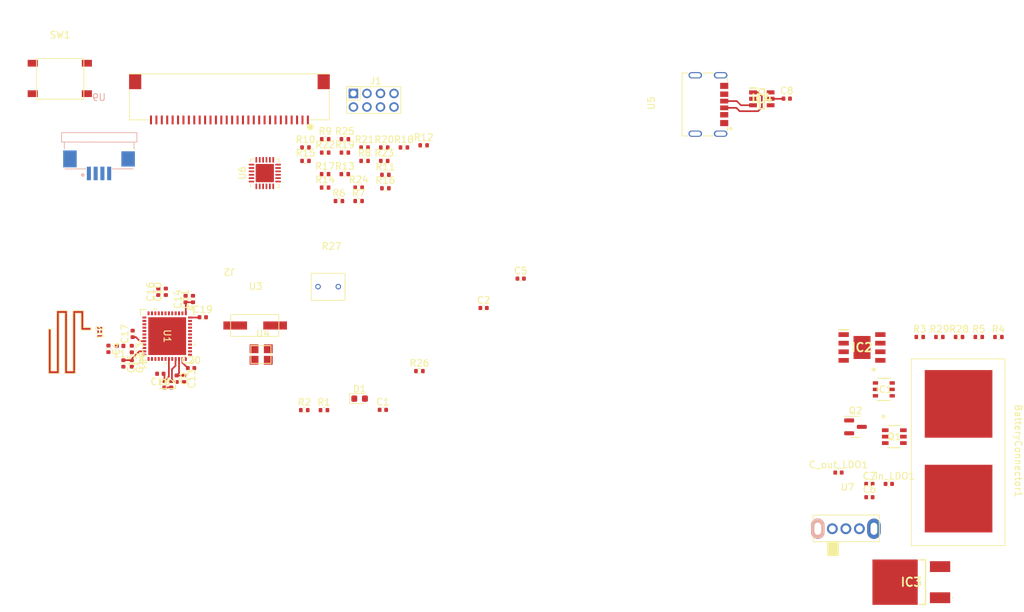
<source format=kicad_pcb>
(kicad_pcb (version 20211014) (generator pcbnew)
  (layers (0 "F.Cu" signal) (31 "B.Cu" signal) (34 "B.Paste" user) (35 "F.Paste" user) (36 "B.SilkS" user "B.Silkscreen") (37 "F.SilkS" user "F.Silkscreen") (38 "B.Mask" user) (39 "F.Mask" user) (44 "Edge.Cuts" user))
  (net 0 "")
  (net 1 "Net-(AE1-Pad1)")
  (net 2 "/battery_mgmnt/-")
  (net 3 "/battery_mgmnt/+")
  (net 4 "GND")
  (net 5 "/OSC32_IN")
  (net 6 "Net-(C2-Pad2)")
  (net 7 "Net-(C3-Pad1)")
  (net 8 "Net-(C4-Pad1)")
  (net 9 "/OSC32_OUT")
  (net 10 "Net-(C6-Pad2)")
  (net 11 "/battery_mgmnt/Vbat+")
  (net 12 "/VBUS")
  (net 13 "/Power/VDDA")
  (net 14 "Net-(C18-Pad1)")
  (net 15 "Net-(C_in_LDO1-Pad1)")
  (net 16 "Net-(D1-Pad1)")
  (net 17 "Net-(D1-Pad2)")
  (net 18 "Net-(IC1-Pad1)")
  (net 19 "Net-(IC1-Pad2)")
  (net 20 "Net-(IC1-Pad3)")
  (net 22 "Net-(IC2-Pad2)")
  (net 23 "/stby")
  (net 24 "/chrg")
  (net 25 "Net-(IC4-Pad1)")
  (net 26 "Net-(IC4-Pad3)")
  (net 27 "/USB_N")
  (net 28 "/USB_P")
  (net 29 "/NJTRST")
  (net 30 "/SWCLK")
  (net 31 "/JTDI")
  (net 32 "/SWIO")
  (net 33 "/JTDO")
  (net 34 "Net-(R25-Pad1)")
  (net 35 "Net-(R24-Pad1)")
  (net 36 "Net-(R23-Pad1)")
  (net 37 "Net-(R22-Pad1)")
  (net 38 "Net-(R21-Pad1)")
  (net 39 "Net-(R20-Pad1)")
  (net 40 "Net-(R19-Pad1)")
  (net 41 "Net-(R18-Pad1)")
  (net 42 "Net-(R17-Pad1)")
  (net 43 "Net-(R16-Pad1)")
  (net 44 "Net-(R15-Pad1)")
  (net 45 "Net-(R14-Pad1)")
  (net 46 "Net-(R13-Pad1)")
  (net 47 "Net-(R8-Pad2)")
  (net 48 "Net-(R7-Pad2)")
  (net 49 "Net-(R6-Pad2)")
  (net 50 "PA10")
  (net 51 "PA9")
  (net 52 "PA8")
  (net 53 "PA7")
  (net 54 "PA6")
  (net 55 "PA5")
  (net 56 "PA4")
  (net 57 "PA3")
  (net 58 "PA2")
  (net 59 "PA1")
  (net 60 "PA0")
  (net 61 "Net-(L2-Pad2)")
  (net 62 "Net-(L3-Pad2)")
  (net 65 "Net-(Q2-Pad1)")
  (net 66 "Net-(Q2-Pad3)")
  (net 67 "Net-(R2-Pad2)")
  (net 68 "Net-(R9-Pad2)")
  (net 69 "/{slash}INT")
  (net 70 "/I2C1_SDA")
  (net 71 "/I2C1_SCL")
  (net 72 "/LightSensor")
  (net 73 "Net-(R28-Pad2)")
  (net 74 "/BacklightControl")
  (net 75 "Net-(U1-Pad24)")
  (net 76 "Net-(U1-Pad25)")
  (footprint "Resistor_SMD:R_0402_1005Metric" (layer "F.Cu") (at 193.951 102.6922)
    (fp_text reference "R3")
    (fp_text value "1k")
  )
  (footprint "Resistor_SMD:R_0402_1005Metric" (layer "F.Cu") (at 114.9604 80.7046)
    (fp_text reference "R16")
    (fp_text value "10k")
  )
  (footprint "Capacitor_SMD:C_0402_1005Metric" (layer "F.Cu") (at 129.4786 98.4026)
    (fp_text reference "C2")
    (fp_text value "0.1uF")
  )
  (footprint "Capacitor_SMD:C_0402_1005Metric" (layer "F.Cu") (at 74.0156 104.4448 -90)
    (fp_text reference "C4")
    (fp_text value "0.3pF")
  )
  (footprint "Resistor_SMD:R_0402_1005Metric" (layer "F.Cu") (at 114.7902 74.673)
    (fp_text reference "R20")
    (fp_text value "10k")
  )
  (footprint "SamacSys_Parts:USB_conn" (layer "F.Cu") (at 162.9092 68.318 90)
    (fp_text reference "U5")
    (fp_text value "918-418K2023S40026")
  )
  (footprint "Resistor_SMD:R_0402_1005Metric" (layer "F.Cu") (at 111.005 80.603)
    (fp_text reference "R24")
    (fp_text value "10k")
  )
  (footprint "SamacSys_Parts:debug_conn" (layer "F.Cu") (at 113.2332 67.691)
    (fp_text reference "J1")
    (fp_text value "Conn_02x04_Odd_Even")
  )
  (footprint "Inductor_SMD:L_0402_1005Metric" (layer "F.Cu") (at 75.7428 104.013 180)
    (fp_text reference "L1")
    (fp_text value "2.7nH")
  )
  (footprint "SamacSys_Parts:conn_keyboard" (layer "F.Cu") (at 91.9226 67.056 180)
    (fp_text reference "J2")
    (fp_text value "Conn_01x32")
  )
  (footprint "Resistor_SMD:R_0402_1005Metric" (layer "F.Cu") (at 102.9686 113.5026)
    (fp_text reference "R2")
    (fp_text value "1k")
  )
  (footprint "Resistor_SMD:R_0402_1005Metric" (layer "F.Cu") (at 111.8802 74.673)
    (fp_text reference "R21")
    (fp_text value "10k")
  )
  (footprint "Resistor_SMD:R_0402_1005Metric" (layer "F.Cu") (at 106.045 78.613)
    (fp_text reference "R17")
    (fp_text value "10k")
  )
  (footprint "Package_DFN_QFN:QFN-24-1EP_4x4mm_P0.5mm_EP2.7x2.7mm" (layer "F.Cu") (at 97.1296 78.4606 90)
    (fp_text reference "U6")
    (fp_text value "XL9555QF24")
  )
  (footprint "SamacSys_Parts:BLE_PCB_ant" (layer "F.Cu") (at 71.445 101.2928 -90)
    (fp_text reference "AE1")
    (fp_text value "Antenna")
  )
  (footprint "Capacitor_SMD:C_0402_1005Metric" (layer "F.Cu") (at 186.5124 124.4092)
    (fp_text reference "C7")
    (fp_text value "10 uF")
  )
  (footprint "SamacSys_Parts:select_switch" (layer "F.Cu") (at 183.0324 131.0386)
    (fp_text reference "U7")
    (fp_text value "SK12D07VG5")
  )
  (footprint "Inductor_SMD:L_0402_1005Metric" (layer "F.Cu") (at 83.2866 109.6772 90)
    (fp_text reference "L3")
    (fp_text value "10nH")
  )
  (footprint "Resistor_SMD:R_0402_1005Metric" (layer "F.Cu") (at 111.8802 76.663)
    (fp_text reference "R8")
    (fp_text value "10k")
  )
  (footprint "Capacitor_SMD:C_0402_1005Metric" (layer "F.Cu") (at 134.9586 94.0626)
    (fp_text reference "C5")
    (fp_text value "10pF")
  )
  (footprint "Capacitor_SMD:C_0402_1005Metric" (layer "F.Cu") (at 77.47 104.4702 -90)
    (fp_text reference "C3")
    (fp_text value "0.8pF")
  )
  (footprint "Resistor_SMD:R_0402_1005Metric" (layer "F.Cu") (at 205.591 102.6922)
    (fp_text reference "R4")
    (fp_text value "1.2k")
  )
  (footprint "Capacitor_SMD:C_0402_1005Metric" (layer "F.Cu") (at 85.4202 97.0814 90)
    (fp_text reference "C14")
    (fp_text value "100nF")
  )
  (footprint "Resistor_SMD:R_0402_1005Metric" (layer "F.Cu") (at 202.681 102.6922)
    (fp_text reference "R5")
    (fp_text value "100")
  )
  (footprint "Resistor_SMD:R_0402_1005Metric" (layer "F.Cu") (at 108.9702 75.433)
    (fp_text reference "R19")
    (fp_text value "10k")
  )
  (footprint "Resistor_SMD:R_0402_1005Metric" (layer "F.Cu") (at 103.1502 74.673)
    (fp_text reference "R10")
    (fp_text value "10k")
  )
  (footprint "SamacSys_Parts:Bat_conn" (layer "F.Cu") (at 199.6948 119.5832 -90)
    (fp_text reference "BatteryConnector1")
    (fp_text value "Conn_01x02")
  )
  (footprint "SamacSys_Parts:SOT95P280X145-6N" (layer "F.Cu") (at 170.609477 67.4798)
    (fp_text reference "IC4")
    (fp_text value "USBLC6-4SC6" hide)
  )
  (footprint "Resistor_SMD:R_0402_1005Metric" (layer "F.Cu") (at 108.955 78.613)
    (fp_text reference "R13")
    (fp_text value "10k")
  )
  (footprint "Capacitor_SMD:C_0402_1005Metric" (layer "F.Cu") (at 87.9602 99.7712)
    (fp_text reference "C19")
    (fp_text value "100nF")
  )
  (footprint "Resistor_SMD:R_0402_1005Metric" (layer "F.Cu") (at 108.9702 73.443)
    (fp_text reference "R25")
    (fp_text value "10k")
  )
  (footprint "Capacitor_SMD:C_0402_1005Metric" (layer "F.Cu") (at 81.6864 108.1278 180)
    (fp_text reference "C18")
    (fp_text value "4.7uF")
  )
  (footprint "Resistor_SMD:R_0402_1005Metric" (layer "F.Cu") (at 105.8786 113.5026)
    (fp_text reference "R1")
    (fp_text value "100")
  )
  (footprint "FS8205A:SOT-23-6L_TCP-L" (layer "F.Cu") (at 188.6458 110.4392)
    (fp_text reference "IC1")
    (fp_text value "DW01A-G")
  )
  (footprint "Capacitor_SMD:C_0402_1005Metric" (layer "F.Cu") (at 86.233 107.2896)
    (fp_text reference "C20")
    (fp_text value "100nF")
  )
  (footprint "Capacitor_SMD:C_0402_1005Metric" (layer "F.Cu") (at 181.9402 122.7328)
    (fp_text reference "C_out_LDO1")
    (fp_text value "10uF")
  )
  (footprint "Resistor_SMD:R_0402_1005Metric" (layer "F.Cu") (at 106.0602 73.443)
    (fp_text reference "R9")
    (fp_text value "10k")
  )
  (footprint "SamacSys_Parts:switch" (layer "F.Cu") (at 66.8274 64.4714)
    (fp_text reference "SW1")
    (fp_text value "SW_Push")
  )
  (footprint "Resistor_SMD:R_0402_1005Metric" (layer "F.Cu") (at 108.095 82.593)
    (fp_text reference "R6")
    (fp_text value "10k")
  )
  (footprint "Resistor_SMD:R_0402_1005Metric" (layer "F.Cu") (at 120.6102 74.353)
    (fp_text reference "R12")
    (fp_text value "10k")
  )
  (footprint "Capacitor_SMD:C_0402_1005Metric" (layer "F.Cu") (at 77.47 106.6038 -90)
    (fp_text reference "C12")
    (fp_text value "100nF")
  )
  (footprint "Resistor_SMD:R_0402_1005Metric" (layer "F.Cu") (at 114.7902 76.663)
    (fp_text reference "R23")
    (fp_text value "10k")
  )
  (footprint "Capacitor_SMD:C_0402_1005Metric" (layer "F.Cu") (at 77.597 102.235 90)
    (fp_text reference "C17")
    (fp_text value "100nF")
  )
  (footprint "Resistor_SMD:R_0402_1005Metric" (layer "F.Cu") (at 111.005 82.593)
    (fp_text reference "R7")
    (fp_text value "10k")
  )
  (footprint "Resistor_SMD:R_0402_1005Metric" (layer "F.Cu") (at 117.7002 74.673)
    (fp_text reference "R18")
    (fp_text value "10k")
  )
  (footprint "Capacitor_SMD:C_0402_1005Metric" (layer "F.Cu") (at 84.0994 108.8644 -90)
    (fp_text reference "C9")
    (fp_text value "4.7uF")
  )
  (footprint "Capacitor_SMD:C_0402_1005Metric" (layer "F.Cu") (at 85.1916 108.8644 -90)
    (fp_text reference "C13")
    (fp_text value "100nF")
  )
  (footprint "Capacitor_SMD:C_0402_1005Metric" (layer "F.Cu") (at 86.5124 97.0788 90)
    (fp_text reference "C11")
    (fp_text value "4.7uF")
  )
  (footprint "FS8205A:SOT-23-6L_TCP" (layer "F.Cu") (at 190.1952 117.4242)
    (fp_text reference "Q1")
    (fp_text value "FS8205A")
  )
  (footprint "Resistor_SMD:R_0402_1005Metric" (layer "F.Cu") (at 196.861 102.6922)
    (fp_text reference "R29")
    (fp_text value "300")
  )
  (footprint "Capacitor_SMD:C_0402_1005Metric" (layer "F.Cu") (at 76.2254 106.6038 -90)
    (fp_text reference "C15")
    (fp_text value "100pF")
  )
  (footprint "STM32WB:UFQFPN48-7x7mm" (layer "F.Cu") (at 82.7024 102.5652 -90)
    (fp_text reference "U1")
    (fp_text value "STM32WB55CGU6")
  )
  (footprint "SamacSys_Parts:Quartz-SMD3225-4P" (layer "F.Cu") (at 96.5962 105.283)
    (fp_text reference "U4")
    (fp_text value "SX3B32.000F1210F30")
  )
  (footprint "Capacitor_SMD:C_0402_1005Metric" (layer "F.Cu") (at 174.292477 67.4544)
    (fp_text reference "C8")
    (fp_text value "100nF")
  )
  (footprint "Capacitor_SMD:C_0402_1005Metric" (layer "F.Cu") (at 114.5886 113.4626)
    (fp_text reference "C1")
    (fp_text value "10pF")
  )
  (footprint "Resistor_SMD:R_0402_1005Metric" (layer "F.Cu") (at 103.1502 76.663)
    (fp_text reference "R15")
    (fp_text value "10k")
  )
  (footprint "Resistor_SMD:R_0402_1005Metric" (layer "F.Cu") (at 106.0602 75.433)
    (fp_text reference "R22")
    (fp_text value "10k")
  )
  (footprint "DLF162500LT-5028A1:DLF-4_1P6X0P8" (layer "F.Cu") (at 72.7202 101.9556 90)
    (fp_text reference "U2")
    (fp_text value "DLF162500LT-5028A1")
  )
  (footprint "SamacSys_Parts:LD1117DT12CTR" (layer "F.Cu") (at 191.7598 138.938)
    (fp_text reference "IC3")
    (fp_text value "LD1117DT12CTR" hide)
  )
  (footprint "Resistor_SMD:R_0402_1005Metric" (layer "F.Cu") (at 114.9604 78.7146)
    (fp_text reference "R11")
    (fp_text value "10k")
  )
  (footprint "Capacitor_SMD:C_0402_1005Metric" (layer "F.Cu") (at 186.5124 126.3792)
    (fp_text reference "C6")
    (fp_text value "100 uF")
  )
  (footprint "Capacitor_SMD:C_0402_1005Metric" (layer "F.Cu") (at 189.3824 124.4092)
    (fp_text reference "C_in_LDO1")
    (fp_text value "100nF")
  )
  (footprint "Capacitor_SMD:C_0402_1005Metric" (layer "F.Cu") (at 82.4992 96.012 90)
    (fp_text reference "C10")
    (fp_text value "1uF")
  )
  (footprint "SamacSys_Parts:Quartz-HC-49S-SMD-Mini" (layer "F.Cu") (at 95.7072 100.9904)
    (fp_text reference "U3")
    (fp_text value "DP2032K76812001")
  )
  (footprint "SamacSys_Parts:R_photo" (layer "F.Cu") (at 106.9522 95.2054)
    (fp_text reference "R27")
    (fp_text value "R_Photo")
  )
  (footprint "SamacSys_Parts:SOIC127P600X175-9N" (layer "F.Cu") (at 185.42 104.2416)
    (fp_text reference "IC2")
    (fp_text value "TP4056-42-ESOP8" hide)
  )
  (footprint "Capacitor_SMD:C_0402_1005Metric" (layer "F.Cu") (at 81.3816 96.012 90)
    (fp_text reference "C16")
    (fp_text value "10nF")
  )
  (footprint "Resistor_SMD:R_0402_1005Metric" (layer "F.Cu") (at 199.771 102.6922)
    (fp_text reference "R28")
    (fp_text value "500")
  )
  (footprint "Package_TO_SOT_SMD:SOT-23" (layer "F.Cu") (at 184.4548 115.9764)
    (fp_text reference "Q2")
    (fp_text value "2N7002")
  )
  (footprint "LED_SMD:LED_0603_1608Metric" (layer "F.Cu") (at 111.1486 111.8026)
    (fp_text reference "D1")
    (fp_text value "LED")
  )
  (footprint "Inductor_SMD:L_0402_1005Metric" (layer "F.Cu") (at 82.296 109.6772 -90)
    (fp_text reference "L2")
    (fp_text value "10nH")
  )
  (footprint "Resistor_SMD:R_0402_1005Metric" (layer "F.Cu") (at 106.045 80.603)
    (fp_text reference "R14")
    (fp_text value "10k")
  )
  (footprint "Resistor_SMD:R_0402_1005Metric" (layer "F.Cu") (at 119.9886 107.7326)
    (fp_text reference "R26")
    (fp_text value "7.5k")
  )
  (footprint "SamacSys_Parts:1.0K-ES-4PWB" (layer "B.Cu") (at 72.6235 77.4404 180)
    (fp_text reference "U9")
    (fp_text value "1.0K-ES-4PWB")
  )
  (segment (start 173.787077 67.4798) (end 173.812477 67.4544) (width 0.25) (layer "F.Cu") (net 12))
  (segment (start 171.909477 67.4798) (end 173.787077 67.4798) (width 0.25) (layer "F.Cu") (net 12))
  (segment (start 84.952967 106.489567) (end 85.753 107.2896) (width 0.25) (layer "F.Cu") (net 13))
  (segment (start 84.452841 108.030959) (end 84.0994 108.3844) (width 0.25) (layer "F.Cu") (net 13))
  (segment (start 77.47 106.1238) (end 77.47 105.918) (width 0.25) (layer "F.Cu") (net 13))
  (segment (start 78.077 102.715) (end 78.677389 103.315389) (width 0.25) (layer "F.Cu") (net 13))
  (segment (start 77.597 102.715) (end 78.077 102.715) (width 0.25) (layer "F.Cu") (net 13))
  (segment (start 85.1916 108.3844) (end 84.0994 108.3844) (width 0.25) (layer "F.Cu") (net 13))
  (segment (start 85.453093 97.594293) (end 85.4202 97.5614) (width 0.25) (layer "F.Cu") (net 13))
  (segment (start 78.677389 103.315389) (end 79.3274 103.315389) (width 0.25) (layer "F.Cu") (net 13))
  (segment (start 86.5124 97.5588) (end 85.4228 97.5588) (width 0.25) (layer "F.Cu") (net 13))
  (segment (start 76.2254 106.1238) (end 77.47 106.1238) (width 0.25) (layer "F.Cu") (net 13))
  (segment (start 87.436893 99.814507) (end 87.4802 99.7712) (width 0.25) (layer "F.Cu") (net 13))
  (segment (start 84.952967 105.9402) (end 84.952967 106.489567) (width 0.25) (layer "F.Cu") (net 13))
  (segment (start 85.453093 99.1902) (end 85.453093 97.594293) (width 0.25) (layer "F.Cu") (net 13))
  (segment (start 77.47 105.918) (end 78.572233 104.815767) (width 0.25) (layer "F.Cu") (net 13))
  (segment (start 85.4228 97.5588) (end 85.4202 97.5614) (width 0.25) (layer "F.Cu") (net 13))
  (segment (start 78.572233 104.815767) (end 79.3274 104.815767) (width 0.25) (layer "F.Cu") (net 13))
  (segment (start 86.0774 99.814507) (end 87.436893 99.814507) (width 0.25) (layer "F.Cu") (net 13))
  (segment (start 84.452841 105.9402) (end 84.452841 108.030959) (width 0.25) (layer "F.Cu") (net 13))
  (segment (start 82.952463 105.9402) (end 82.952463 108.535737) (width 0.25) (layer "F.Cu") (net 14))
  (segment (start 82.296 109.1922) (end 82.296 108.2574) (width 0.25) (layer "F.Cu") (net 14))
  (segment (start 82.296 108.2574) (end 82.1664 108.1278) (width 0.25) (layer "F.Cu") (net 14))
  (segment (start 82.296 109.1922) (end 82.952463 108.535737) (width 0.25) (layer "F.Cu") (net 14))
  (segment (start 166.842277 68.818) (end 167.332877 69.3086) (width 0.25) (layer "F.Cu") (net 25))
  (segment (start 170.050677 69.3086) (end 170.609477 68.7498) (width 0.25) (layer "F.Cu") (net 25))
  (segment (start 165.0492 68.818) (end 166.842277 68.818) (width 0.25) (layer "F.Cu") (net 25))
  (segment (start 170.609477 67.0734) (end 170.065877 66.5298) (width 0.25) (layer "F.Cu") (net 25))
  (segment (start 170.065877 66.5298) (end 169.309477 66.5298) (width 0.25) (layer "F.Cu") (net 25))
  (segment (start 170.609477 68.7498) (end 170.609477 67.0734) (width 0.25) (layer "F.Cu") (net 25))
  (segment (start 167.332877 69.3086) (end 170.050677 69.3086) (width 0.25) (layer "F.Cu") (net 25))
  (segment (start 167.520877 68.4298) (end 169.309477 68.4298) (width 0.25) (layer "F.Cu") (net 26))
  (segment (start 166.909077 67.818) (end 167.520877 68.4298) (width 0.25) (layer "F.Cu") (net 26))
  (segment (start 165.0492 67.818) (end 166.909077 67.818) (width 0.25) (layer "F.Cu") (net 26))
  (segment (start 82.2706 110.1876) (end 82.296 110.1622) (width 0.25) (layer "F.Cu") (net 61))
  (segment (start 82.296 110.1622) (end 83.2866 110.1622) (width 0.25) (layer "F.Cu") (net 61))
  (segment (start 83.929989 106.939874) (end 83.929989 106.2482) (width 0.25) (layer "F.Cu") (net 62))
  (segment (start 83.402463 107.4674) (end 83.929989 106.939874) (width 0.25) (layer "F.Cu") (net 62))
  (segment (start 83.402463 109.076337) (end 83.402463 107.4674) (width 0.25) (layer "F.Cu") (net 62))
  (segment (start 83.2866 109.1922) (end 83.402463 109.076337) (width 0.25) (layer "F.Cu") (net 62))
)
</source>
